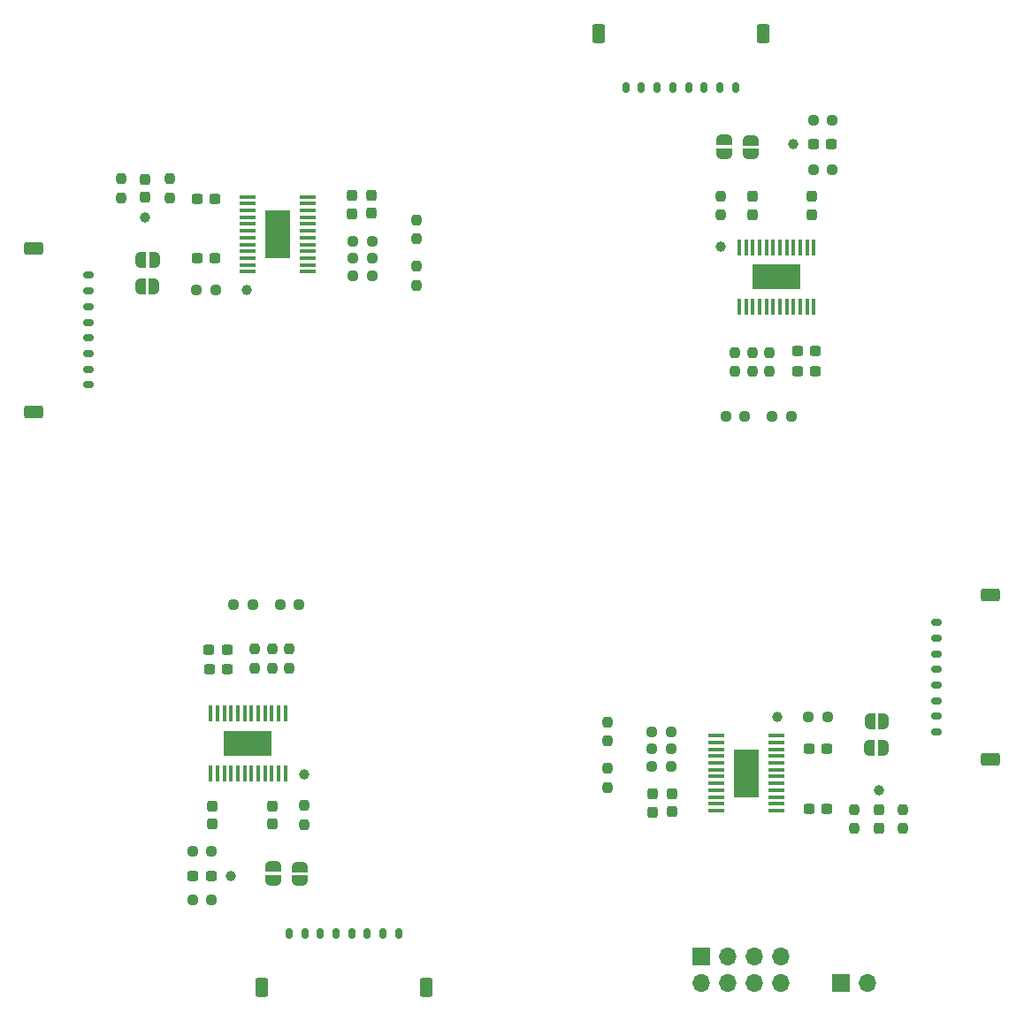
<source format=gts>
G04 #@! TF.GenerationSoftware,KiCad,Pcbnew,6.0.7+dfsg-1build1*
G04 #@! TF.CreationDate,2023-04-07T12:23:54-07:00*
G04 #@! TF.ProjectId,Quad_Motor_Driver,51756164-5f4d-46f7-946f-725f44726976,rev?*
G04 #@! TF.SameCoordinates,Original*
G04 #@! TF.FileFunction,Soldermask,Top*
G04 #@! TF.FilePolarity,Negative*
%FSLAX46Y46*%
G04 Gerber Fmt 4.6, Leading zero omitted, Abs format (unit mm)*
G04 Created by KiCad (PCBNEW 6.0.7+dfsg-1build1) date 2023-04-07 12:23:54*
%MOMM*%
%LPD*%
G01*
G04 APERTURE LIST*
G04 Aperture macros list*
%AMRoundRect*
0 Rectangle with rounded corners*
0 $1 Rounding radius*
0 $2 $3 $4 $5 $6 $7 $8 $9 X,Y pos of 4 corners*
0 Add a 4 corners polygon primitive as box body*
4,1,4,$2,$3,$4,$5,$6,$7,$8,$9,$2,$3,0*
0 Add four circle primitives for the rounded corners*
1,1,$1+$1,$2,$3*
1,1,$1+$1,$4,$5*
1,1,$1+$1,$6,$7*
1,1,$1+$1,$8,$9*
0 Add four rect primitives between the rounded corners*
20,1,$1+$1,$2,$3,$4,$5,0*
20,1,$1+$1,$4,$5,$6,$7,0*
20,1,$1+$1,$6,$7,$8,$9,0*
20,1,$1+$1,$8,$9,$2,$3,0*%
%AMFreePoly0*
4,1,22,0.500000,-0.750000,0.000000,-0.750000,0.000000,-0.745033,-0.079941,-0.743568,-0.215256,-0.701293,-0.333266,-0.622738,-0.424486,-0.514219,-0.481581,-0.384460,-0.499164,-0.250000,-0.500000,-0.250000,-0.500000,0.250000,-0.499164,0.250000,-0.499963,0.256109,-0.478152,0.396186,-0.417904,0.524511,-0.324060,0.630769,-0.204165,0.706417,-0.067858,0.745374,0.000000,0.744959,0.000000,0.750000,
0.500000,0.750000,0.500000,-0.750000,0.500000,-0.750000,$1*%
%AMFreePoly1*
4,1,20,0.000000,0.744959,0.073905,0.744508,0.209726,0.703889,0.328688,0.626782,0.421226,0.519385,0.479903,0.390333,0.500000,0.250000,0.500000,-0.250000,0.499851,-0.262216,0.476331,-0.402017,0.414519,-0.529596,0.319384,-0.634700,0.198574,-0.708877,0.061801,-0.746166,0.000000,-0.745033,0.000000,-0.750000,-0.500000,-0.750000,-0.500000,0.750000,0.000000,0.750000,0.000000,0.744959,
0.000000,0.744959,$1*%
G04 Aperture macros list end*
%ADD10R,2.400000X4.680000*%
%ADD11RoundRect,0.100000X0.687500X0.100000X-0.687500X0.100000X-0.687500X-0.100000X0.687500X-0.100000X0*%
%ADD12FreePoly0,270.000000*%
%ADD13FreePoly1,270.000000*%
%ADD14C,1.000000*%
%ADD15RoundRect,0.237500X0.300000X0.237500X-0.300000X0.237500X-0.300000X-0.237500X0.300000X-0.237500X0*%
%ADD16RoundRect,0.237500X0.237500X-0.250000X0.237500X0.250000X-0.237500X0.250000X-0.237500X-0.250000X0*%
%ADD17RoundRect,0.150000X-0.150000X-0.350000X0.150000X-0.350000X0.150000X0.350000X-0.150000X0.350000X0*%
%ADD18RoundRect,0.250000X-0.375000X-0.650000X0.375000X-0.650000X0.375000X0.650000X-0.375000X0.650000X0*%
%ADD19RoundRect,0.237500X-0.237500X0.300000X-0.237500X-0.300000X0.237500X-0.300000X0.237500X0.300000X0*%
%ADD20RoundRect,0.237500X-0.237500X0.250000X-0.237500X-0.250000X0.237500X-0.250000X0.237500X0.250000X0*%
%ADD21RoundRect,0.237500X0.250000X0.237500X-0.250000X0.237500X-0.250000X-0.237500X0.250000X-0.237500X0*%
%ADD22FreePoly0,0.000000*%
%ADD23FreePoly1,0.000000*%
%ADD24RoundRect,0.150000X-0.350000X0.150000X-0.350000X-0.150000X0.350000X-0.150000X0.350000X0.150000X0*%
%ADD25RoundRect,0.250000X-0.650000X0.375000X-0.650000X-0.375000X0.650000X-0.375000X0.650000X0.375000X0*%
%ADD26RoundRect,0.237500X-0.250000X-0.237500X0.250000X-0.237500X0.250000X0.237500X-0.250000X0.237500X0*%
%ADD27R,1.700000X1.700000*%
%ADD28O,1.700000X1.700000*%
%ADD29FreePoly0,90.000000*%
%ADD30FreePoly1,90.000000*%
%ADD31RoundRect,0.237500X0.237500X-0.300000X0.237500X0.300000X-0.237500X0.300000X-0.237500X-0.300000X0*%
%ADD32RoundRect,0.150000X0.350000X-0.150000X0.350000X0.150000X-0.350000X0.150000X-0.350000X-0.150000X0*%
%ADD33RoundRect,0.250000X0.650000X-0.375000X0.650000X0.375000X-0.650000X0.375000X-0.650000X-0.375000X0*%
%ADD34RoundRect,0.237500X-0.300000X-0.237500X0.300000X-0.237500X0.300000X0.237500X-0.300000X0.237500X0*%
%ADD35R,4.680000X2.400000*%
%ADD36RoundRect,0.100000X0.100000X-0.687500X0.100000X0.687500X-0.100000X0.687500X-0.100000X-0.687500X0*%
%ADD37RoundRect,0.150000X0.150000X0.350000X-0.150000X0.350000X-0.150000X-0.350000X0.150000X-0.350000X0*%
%ADD38RoundRect,0.250000X0.375000X0.650000X-0.375000X0.650000X-0.375000X-0.650000X0.375000X-0.650000X0*%
%ADD39RoundRect,0.100000X-0.100000X0.687500X-0.100000X-0.687500X0.100000X-0.687500X0.100000X0.687500X0*%
%ADD40FreePoly0,180.000000*%
%ADD41FreePoly1,180.000000*%
%ADD42RoundRect,0.100000X-0.687500X-0.100000X0.687500X-0.100000X0.687500X0.100000X-0.687500X0.100000X0*%
G04 APERTURE END LIST*
D10*
X47610000Y-43942000D03*
D11*
X50472500Y-47517000D03*
X50472500Y-46867000D03*
X50472500Y-46217000D03*
X50472500Y-45567000D03*
X50472500Y-44917000D03*
X50472500Y-44267000D03*
X50472500Y-43617000D03*
X50472500Y-42967000D03*
X50472500Y-42317000D03*
X50472500Y-41667000D03*
X50472500Y-41017000D03*
X50472500Y-40367000D03*
X44747500Y-40367000D03*
X44747500Y-41017000D03*
X44747500Y-41667000D03*
X44747500Y-42317000D03*
X44747500Y-42967000D03*
X44747500Y-43617000D03*
X44747500Y-44267000D03*
X44747500Y-44917000D03*
X44747500Y-45567000D03*
X44747500Y-46217000D03*
X44747500Y-46867000D03*
X44747500Y-47517000D03*
D12*
X90385000Y-34924000D03*
D13*
X90385000Y-36224000D03*
D12*
X92925000Y-34939000D03*
D13*
X92925000Y-36239000D03*
D14*
X34904000Y-42330000D03*
D15*
X99121500Y-57052000D03*
X97396500Y-57052000D03*
D16*
X79154000Y-96939500D03*
X79154000Y-95114500D03*
D17*
X48694000Y-110875000D03*
X50194000Y-110875000D03*
X51694000Y-110875000D03*
X53194000Y-110875000D03*
X54694000Y-110875000D03*
X56194000Y-110875000D03*
X57694000Y-110875000D03*
X59194000Y-110875000D03*
D18*
X46089000Y-116065000D03*
X61799000Y-116065000D03*
D15*
X99078500Y-55148000D03*
X97353500Y-55148000D03*
X100209500Y-93233000D03*
X98484500Y-93233000D03*
D19*
X98767000Y-40314500D03*
X98767000Y-42039500D03*
D20*
X60939000Y-47005500D03*
X60939000Y-48830500D03*
D21*
X96758500Y-61370000D03*
X94933500Y-61370000D03*
D22*
X34508000Y-46394000D03*
D23*
X35808000Y-46394000D03*
D24*
X29444000Y-47875000D03*
X29444000Y-49375000D03*
X29444000Y-50875000D03*
X29444000Y-52375000D03*
X29444000Y-53875000D03*
X29444000Y-55375000D03*
X29444000Y-56875000D03*
X29444000Y-58375000D03*
D25*
X24254000Y-45270000D03*
X24254000Y-60980000D03*
D21*
X100695500Y-33049000D03*
X98870500Y-33049000D03*
D19*
X54717000Y-40240500D03*
X54717000Y-41965500D03*
D26*
X83448500Y-93233000D03*
X85273500Y-93233000D03*
D21*
X100259500Y-90185000D03*
X98434500Y-90185000D03*
D27*
X88144000Y-113085000D03*
D28*
X88144000Y-115625000D03*
X90684000Y-113085000D03*
X90684000Y-115625000D03*
X93224000Y-113085000D03*
X93224000Y-115625000D03*
X95764000Y-113085000D03*
X95764000Y-115625000D03*
D21*
X56644500Y-46267000D03*
X54819500Y-46267000D03*
D26*
X43379500Y-79380000D03*
X45204500Y-79380000D03*
D29*
X47213000Y-105811000D03*
D30*
X47213000Y-104511000D03*
D31*
X47086000Y-100435500D03*
X47086000Y-98710500D03*
D20*
X60939000Y-42560500D03*
X60939000Y-44385500D03*
D14*
X95410000Y-90185000D03*
D21*
X92313500Y-61370000D03*
X90488500Y-61370000D03*
D14*
X50134000Y-95636000D03*
X90004000Y-45114000D03*
D16*
X94703000Y-57075500D03*
X94703000Y-55250500D03*
D20*
X48737000Y-83674500D03*
X48737000Y-85499500D03*
D22*
X34493000Y-48934000D03*
D23*
X35793000Y-48934000D03*
D32*
X110649000Y-91625000D03*
X110649000Y-90125000D03*
X110649000Y-88625000D03*
X110649000Y-87125000D03*
X110649000Y-85625000D03*
X110649000Y-84125000D03*
X110649000Y-82625000D03*
X110649000Y-81125000D03*
D33*
X115839000Y-94230000D03*
X115839000Y-78520000D03*
D20*
X45435000Y-83674500D03*
X45435000Y-85499500D03*
D26*
X39442500Y-103002000D03*
X41267500Y-103002000D03*
D16*
X79154000Y-92494500D03*
X79154000Y-90669500D03*
D19*
X34904000Y-38673500D03*
X34904000Y-40398500D03*
D29*
X49753000Y-105826000D03*
D30*
X49753000Y-104526000D03*
D16*
X102776000Y-100876500D03*
X102776000Y-99051500D03*
D27*
X101513677Y-115636684D03*
D28*
X104053677Y-115636684D03*
D34*
X39883500Y-40552000D03*
X41608500Y-40552000D03*
X41016500Y-83698000D03*
X42741500Y-83698000D03*
D35*
X95377000Y-48041000D03*
D36*
X91802000Y-50903500D03*
X92452000Y-50903500D03*
X93102000Y-50903500D03*
X93752000Y-50903500D03*
X94402000Y-50903500D03*
X95052000Y-50903500D03*
X95702000Y-50903500D03*
X96352000Y-50903500D03*
X97002000Y-50903500D03*
X97652000Y-50903500D03*
X98302000Y-50903500D03*
X98952000Y-50903500D03*
X98952000Y-45178500D03*
X98302000Y-45178500D03*
X97652000Y-45178500D03*
X97002000Y-45178500D03*
X96352000Y-45178500D03*
X95702000Y-45178500D03*
X95052000Y-45178500D03*
X94402000Y-45178500D03*
X93752000Y-45178500D03*
X93102000Y-45178500D03*
X92452000Y-45178500D03*
X91802000Y-45178500D03*
D16*
X91401000Y-57075500D03*
X91401000Y-55250500D03*
D26*
X39442500Y-107701000D03*
X41267500Y-107701000D03*
D20*
X37317000Y-38623500D03*
X37317000Y-40448500D03*
D34*
X39492500Y-105415000D03*
X41217500Y-105415000D03*
D37*
X91444000Y-29875000D03*
X89944000Y-29875000D03*
X88444000Y-29875000D03*
X86944000Y-29875000D03*
X85444000Y-29875000D03*
X83944000Y-29875000D03*
X82444000Y-29875000D03*
X80944000Y-29875000D03*
D38*
X94049000Y-24685000D03*
X78339000Y-24685000D03*
D20*
X47086000Y-83674500D03*
X47086000Y-85499500D03*
D16*
X93052000Y-57075500D03*
X93052000Y-55250500D03*
X50134000Y-100485500D03*
X50134000Y-98660500D03*
D34*
X41059500Y-85602000D03*
X42784500Y-85602000D03*
D14*
X105189000Y-97170000D03*
D20*
X32618000Y-38623500D03*
X32618000Y-40448500D03*
D31*
X83472000Y-99302500D03*
X83472000Y-97577500D03*
D35*
X44761000Y-92709000D03*
D39*
X48336000Y-89846500D03*
X47686000Y-89846500D03*
X47036000Y-89846500D03*
X46386000Y-89846500D03*
X45736000Y-89846500D03*
X45086000Y-89846500D03*
X44436000Y-89846500D03*
X43786000Y-89846500D03*
X43136000Y-89846500D03*
X42486000Y-89846500D03*
X41836000Y-89846500D03*
X41186000Y-89846500D03*
X41186000Y-95571500D03*
X41836000Y-95571500D03*
X42486000Y-95571500D03*
X43136000Y-95571500D03*
X43786000Y-95571500D03*
X44436000Y-95571500D03*
X45086000Y-95571500D03*
X45736000Y-95571500D03*
X46386000Y-95571500D03*
X47036000Y-95571500D03*
X47686000Y-95571500D03*
X48336000Y-95571500D03*
D40*
X105600000Y-90566000D03*
D41*
X104300000Y-90566000D03*
D14*
X96989000Y-35335000D03*
D31*
X41371000Y-100435500D03*
X41371000Y-98710500D03*
D21*
X56644500Y-47918000D03*
X54819500Y-47918000D03*
D31*
X105189000Y-100826500D03*
X105189000Y-99101500D03*
D14*
X44683000Y-49315000D03*
D16*
X107475000Y-100876500D03*
X107475000Y-99051500D03*
D15*
X100645500Y-35335000D03*
X98920500Y-35335000D03*
D26*
X83448500Y-94884000D03*
X85273500Y-94884000D03*
X47824500Y-79380000D03*
X49649500Y-79380000D03*
X83448500Y-91582000D03*
X85273500Y-91582000D03*
D40*
X105585000Y-93106000D03*
D41*
X104285000Y-93106000D03*
D10*
X92483000Y-95558000D03*
D42*
X89620500Y-91983000D03*
X89620500Y-92633000D03*
X89620500Y-93283000D03*
X89620500Y-93933000D03*
X89620500Y-94583000D03*
X89620500Y-95233000D03*
X89620500Y-95883000D03*
X89620500Y-96533000D03*
X89620500Y-97183000D03*
X89620500Y-97833000D03*
X89620500Y-98483000D03*
X89620500Y-99133000D03*
X95345500Y-99133000D03*
X95345500Y-98483000D03*
X95345500Y-97833000D03*
X95345500Y-97183000D03*
X95345500Y-96533000D03*
X95345500Y-95883000D03*
X95345500Y-95233000D03*
X95345500Y-94583000D03*
X95345500Y-93933000D03*
X95345500Y-93283000D03*
X95345500Y-92633000D03*
X95345500Y-91983000D03*
D15*
X100209500Y-98948000D03*
X98484500Y-98948000D03*
D21*
X56644500Y-44616000D03*
X54819500Y-44616000D03*
D19*
X56621000Y-40197500D03*
X56621000Y-41922500D03*
D26*
X39833500Y-49315000D03*
X41658500Y-49315000D03*
D31*
X85376000Y-99259500D03*
X85376000Y-97534500D03*
D14*
X43149000Y-105415000D03*
D21*
X100695500Y-37748000D03*
X98870500Y-37748000D03*
D34*
X39883500Y-46267000D03*
X41608500Y-46267000D03*
D19*
X93052000Y-40314500D03*
X93052000Y-42039500D03*
D20*
X90004000Y-40264500D03*
X90004000Y-42089500D03*
M02*

</source>
